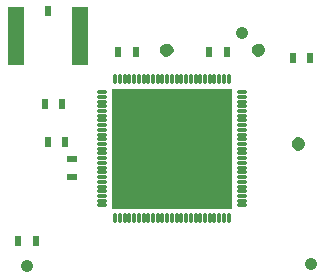
<source format=gts>
G04*
G04 #@! TF.GenerationSoftware,Altium Limited,Altium Designer,24.6.1 (21)*
G04*
G04 Layer_Color=8388736*
%FSLAX25Y25*%
%MOIN*%
G70*
G04*
G04 #@! TF.SameCoordinates,B612BC47-A3F5-4497-89C3-408F828805D4*
G04*
G04*
G04 #@! TF.FilePolarity,Negative*
G04*
G01*
G75*
%ADD16R,0.02165X0.03543*%
%ADD20R,0.03543X0.02165*%
%ADD21C,0.02400*%
%ADD22R,0.02402X0.03543*%
%ADD23R,0.05512X0.19685*%
%ADD24R,0.40064X0.40064*%
%ADD25O,0.01087X0.03647*%
%ADD26O,0.03647X0.01087*%
%ADD27C,0.01087*%
%ADD28C,0.04237*%
D16*
X103425Y77953D02*
D03*
X109173D02*
D03*
X75472Y79921D02*
D03*
X81221D02*
D03*
X50906D02*
D03*
X45158D02*
D03*
X17559Y16929D02*
D03*
X11811D02*
D03*
X21535Y50000D02*
D03*
X27283D02*
D03*
X26496Y62598D02*
D03*
X20748D02*
D03*
D20*
X29528Y38465D02*
D03*
Y44213D02*
D03*
D21*
X62234Y80709D02*
X61819Y81569D01*
X60889Y81781D01*
X60143Y81186D01*
Y80231D01*
X60889Y79636D01*
X61819Y79849D01*
X62234Y80709D01*
X62014D02*
X61599Y81569D01*
X60669Y81781D01*
X59923Y81186D01*
Y80231D01*
X60669Y79636D01*
X61599Y79849D01*
X62014Y80709D01*
X92832Y80699D02*
X92418Y81559D01*
X91487Y81771D01*
X90741Y81176D01*
Y80221D01*
X91487Y79626D01*
X92418Y79839D01*
X92832Y80699D01*
X106021Y49398D02*
X105607Y50258D01*
X104676Y50470D01*
X103930Y49875D01*
Y48921D01*
X104676Y48325D01*
X105607Y48538D01*
X106021Y49398D01*
Y49618D02*
X105607Y50478D01*
X104676Y50690D01*
X103930Y50095D01*
Y49141D01*
X104676Y48545D01*
X105607Y48758D01*
X106021Y49618D01*
D22*
X21654Y93504D02*
D03*
D23*
X32283Y85433D02*
D03*
X11024D02*
D03*
D24*
X62992Y47736D02*
D03*
D25*
X44094Y70965D02*
D03*
X45669D02*
D03*
X47244D02*
D03*
X48819D02*
D03*
X50394D02*
D03*
X51968D02*
D03*
X53543D02*
D03*
X55118D02*
D03*
X56693D02*
D03*
X58268D02*
D03*
X59842D02*
D03*
X61417D02*
D03*
X62992D02*
D03*
X64567D02*
D03*
X66142D02*
D03*
X67716D02*
D03*
X69291D02*
D03*
X70866D02*
D03*
X72441D02*
D03*
X74016D02*
D03*
X75590D02*
D03*
X77165D02*
D03*
X78740D02*
D03*
X80315D02*
D03*
X81890D02*
D03*
Y24508D02*
D03*
X80315D02*
D03*
X78740D02*
D03*
X77165D02*
D03*
X75590D02*
D03*
X74016D02*
D03*
X72441D02*
D03*
X70866D02*
D03*
X69291D02*
D03*
X67716D02*
D03*
X66142D02*
D03*
X64567D02*
D03*
X62992D02*
D03*
X61417D02*
D03*
X59842D02*
D03*
X58268D02*
D03*
X56693D02*
D03*
X55118D02*
D03*
X53543D02*
D03*
X51968D02*
D03*
X50394D02*
D03*
X48819D02*
D03*
X47244D02*
D03*
X45669D02*
D03*
X44094D02*
D03*
D26*
X86221Y66634D02*
D03*
Y65059D02*
D03*
Y63484D02*
D03*
Y61910D02*
D03*
Y60335D02*
D03*
Y58760D02*
D03*
Y57185D02*
D03*
Y55610D02*
D03*
Y54035D02*
D03*
Y52461D02*
D03*
Y50886D02*
D03*
Y49311D02*
D03*
Y47736D02*
D03*
Y46161D02*
D03*
Y44587D02*
D03*
Y43012D02*
D03*
Y41437D02*
D03*
Y39862D02*
D03*
Y38287D02*
D03*
Y36713D02*
D03*
Y35138D02*
D03*
Y33563D02*
D03*
Y31988D02*
D03*
Y30413D02*
D03*
Y28839D02*
D03*
X39764D02*
D03*
Y30413D02*
D03*
Y31988D02*
D03*
Y33563D02*
D03*
Y35138D02*
D03*
Y36713D02*
D03*
Y38287D02*
D03*
Y39862D02*
D03*
Y41437D02*
D03*
Y43012D02*
D03*
Y44587D02*
D03*
Y46161D02*
D03*
Y47736D02*
D03*
Y49311D02*
D03*
Y50886D02*
D03*
Y52461D02*
D03*
Y54035D02*
D03*
Y55610D02*
D03*
Y57185D02*
D03*
Y58760D02*
D03*
Y60335D02*
D03*
Y61910D02*
D03*
Y63484D02*
D03*
Y65059D02*
D03*
Y66634D02*
D03*
D27*
X62354Y80709D02*
D03*
X59694D02*
D03*
X91732Y79479D02*
D03*
Y81939D02*
D03*
X104921Y48178D02*
D03*
Y50838D02*
D03*
D28*
X109449Y9449D02*
D03*
X14567Y8661D02*
D03*
X86221Y86221D02*
D03*
M02*

</source>
